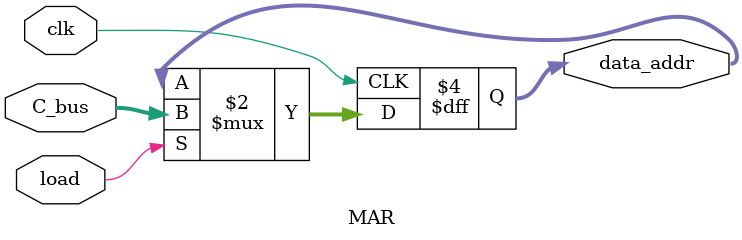
<source format=v>
`timescale 1ns / 1ps
module MAR(
	input clk, load,
	input [23:0] C_bus,
	output reg [23:0] data_addr
	);

	always@(posedge clk)
		begin
			if(load) data_addr <= C_bus;
		end
	
endmodule

</source>
